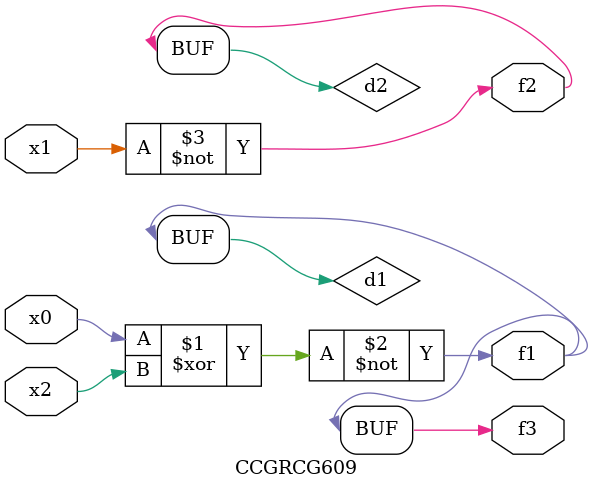
<source format=v>
module CCGRCG609(
	input x0, x1, x2,
	output f1, f2, f3
);

	wire d1, d2, d3;

	xnor (d1, x0, x2);
	nand (d2, x1);
	nor (d3, x1, x2);
	assign f1 = d1;
	assign f2 = d2;
	assign f3 = d1;
endmodule

</source>
